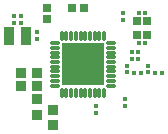
<source format=gts>
G04*
G04 #@! TF.GenerationSoftware,Altium Limited,Altium Designer,19.0.15 (446)*
G04*
G04 Layer_Color=8388736*
%FSLAX24Y24*%
%MOIN*%
G70*
G01*
G75*
%ADD28R,0.0146X0.0157*%
%ADD29R,0.0166X0.0178*%
%ADD30R,0.0178X0.0166*%
%ADD31R,0.0277X0.0316*%
%ADD32R,0.0296X0.0257*%
%ADD33R,0.0355X0.0611*%
%ADD34R,0.0355X0.0375*%
%ADD35R,0.0257X0.0296*%
%ADD36R,0.0375X0.0355*%
%ADD37R,0.1438X0.1438*%
%ADD38O,0.0139X0.0395*%
%ADD39O,0.0395X0.0139*%
%ADD40C,0.0300*%
D28*
X1852Y185D02*
D03*
X1628D02*
D03*
D29*
X1852Y415D02*
D03*
X1628D02*
D03*
X1858Y715D02*
D03*
X2082D02*
D03*
X2082Y1715D02*
D03*
X1858D02*
D03*
X2408Y-276D02*
D03*
X2632D02*
D03*
X1699D02*
D03*
X1923D02*
D03*
D30*
X1339Y1697D02*
D03*
Y1472D02*
D03*
X423Y-1608D02*
D03*
Y-1384D02*
D03*
X1417Y-1372D02*
D03*
Y-1148D02*
D03*
X-1516Y1067D02*
D03*
Y843D02*
D03*
X1457Y-270D02*
D03*
Y-45D02*
D03*
X-2283Y1608D02*
D03*
Y1384D02*
D03*
X-2047Y1608D02*
D03*
Y1384D02*
D03*
X2165Y-270D02*
D03*
Y-45D02*
D03*
D31*
X1803Y979D02*
D03*
X2137D02*
D03*
Y1431D02*
D03*
X1803Y1431D02*
D03*
D32*
X29Y1876D02*
D03*
X-364D02*
D03*
D33*
X-1880Y945D02*
D03*
X-2451D02*
D03*
D34*
X-1545Y-276D02*
D03*
X-2077D02*
D03*
X-1545Y-709D02*
D03*
X-2077D02*
D03*
D35*
X-1181Y1890D02*
D03*
Y1496D02*
D03*
D36*
X-1535Y-1152D02*
D03*
Y-1683D02*
D03*
X-984Y-1506D02*
D03*
Y-2037D02*
D03*
D37*
X0Y0D02*
D03*
D38*
X-709Y945D02*
D03*
X-551D02*
D03*
X-394D02*
D03*
X-236D02*
D03*
X-79D02*
D03*
X79D02*
D03*
X236D02*
D03*
X394D02*
D03*
X551D02*
D03*
X709D02*
D03*
Y-945D02*
D03*
X551D02*
D03*
X394D02*
D03*
X236D02*
D03*
X79D02*
D03*
X-79D02*
D03*
X-236D02*
D03*
X-394D02*
D03*
X-551D02*
D03*
X-709D02*
D03*
D39*
X945Y709D02*
D03*
Y551D02*
D03*
Y394D02*
D03*
Y236D02*
D03*
Y79D02*
D03*
Y-79D02*
D03*
Y-236D02*
D03*
Y-394D02*
D03*
Y-551D02*
D03*
Y-709D02*
D03*
X-945D02*
D03*
Y-551D02*
D03*
Y-394D02*
D03*
Y-236D02*
D03*
Y-79D02*
D03*
Y79D02*
D03*
Y236D02*
D03*
Y394D02*
D03*
Y551D02*
D03*
Y709D02*
D03*
D40*
X433Y-433D02*
D03*
X0D02*
D03*
X-433D02*
D03*
X433Y0D02*
D03*
X0D02*
D03*
X-433D02*
D03*
X433Y433D02*
D03*
X0D02*
D03*
X-433D02*
D03*
M02*

</source>
